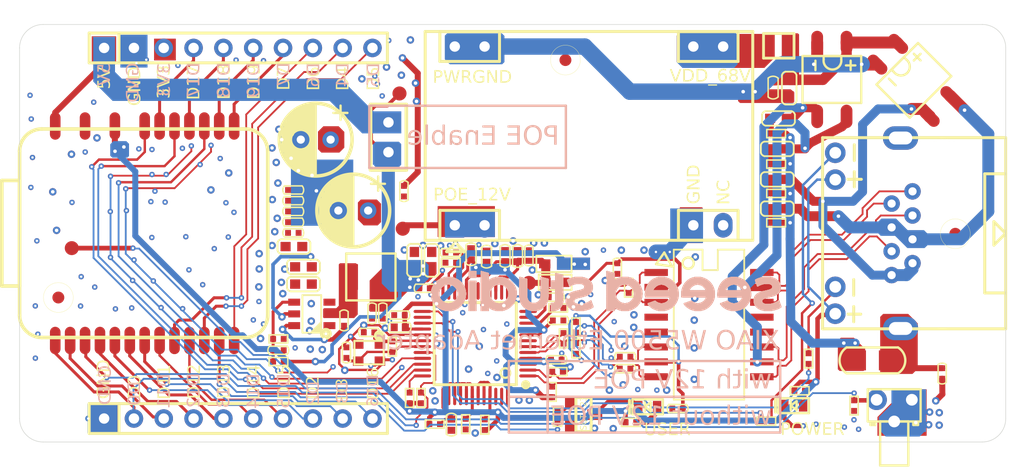
<source format=kicad_pcb>
(kicad_pcb
	(version 20240108)
	(generator "pcbnew")
	(generator_version "8.0")
	(general
		(thickness 1.6)
		(legacy_teardrops no)
	)
	(paper "A4")
	(layers
		(0 "F.Cu" signal "Top")
		(31 "B.Cu" signal "Bottom")
		(32 "B.Adhes" user "B.Adhesive")
		(33 "F.Adhes" user "F.Adhesive")
		(34 "B.Paste" user "Paste Mask Bottom")
		(35 "F.Paste" user "Paste Mask Top")
		(36 "B.SilkS" user "Silkscreen Bottom")
		(37 "F.SilkS" user "Silkscreen Top")
		(38 "B.Mask" user "Solder Mask Bottom")
		(39 "F.Mask" user "Solder Mask Top")
		(40 "Dwgs.User" user "Layer_10")
		(41 "Cmts.User" user "User.Comments")
		(42 "Eco1.User" user "User.Eco1")
		(43 "Eco2.User" user "Layer_11")
		(44 "Edge.Cuts" user)
		(45 "Margin" user)
		(46 "B.CrtYd" user "B.Courtyard")
		(47 "F.CrtYd" user "F.Courtyard")
		(48 "B.Fab" user "Layer_13")
		(49 "F.Fab" user "Layer_12")
		(50 "User.1" user "Assembly Drawing Top")
		(51 "User.2" user "Assembly Drawing Bottom")
		(52 "User.3" user "Layer_3")
		(53 "User.4" user "Layer_4")
		(54 "User.5" user "Layer_5")
		(55 "User.6" user "Layer_6")
		(56 "User.7" user "Layer_7")
		(57 "User.8" user "Layer_8")
		(58 "User.9" user "Layer_9")
	)
	(setup
		(pad_to_mask_clearance 0.1016)
		(allow_soldermask_bridges_in_footprints no)
		(aux_axis_origin -697.85271 351.80747)
		(grid_origin -697.85271 351.80747)
		(pcbplotparams
			(layerselection 0x00010fc_ffffffff)
			(plot_on_all_layers_selection 0x0000000_00000000)
			(disableapertmacros no)
			(usegerberextensions no)
			(usegerberattributes yes)
			(usegerberadvancedattributes yes)
			(creategerberjobfile yes)
			(dashed_line_dash_ratio 12.000000)
			(dashed_line_gap_ratio 3.000000)
			(svgprecision 4)
			(plotframeref no)
			(viasonmask no)
			(mode 1)
			(useauxorigin no)
			(hpglpennumber 1)
			(hpglpenspeed 20)
			(hpglpendiameter 15.000000)
			(pdf_front_fp_property_popups yes)
			(pdf_back_fp_property_popups yes)
			(dxfpolygonmode yes)
			(dxfimperialunits yes)
			(dxfusepcbnewfont yes)
			(psnegative no)
			(psa4output no)
			(plotreference yes)
			(plotvalue yes)
			(plotfptext yes)
			(plotinvisibletext no)
			(sketchpadsonfab no)
			(subtractmaskfromsilk no)
			(outputformat 1)
			(mirror no)
			(drillshape 1)
			(scaleselection 1)
			(outputdirectory "")
		)
	)
	(net 0 "")
	(net 1 "W55_XTOUT")
	(net 2 "W55_XTIN")
	(net 3 "W55_INT")
	(net 4 "VDD_68V")
	(net 5 "VDD_5V")
	(net 6 "RJ45_VB2")
	(net 7 "RJ45_VB1")
	(net 8 "RJ45_VA2")
	(net 9 "RJ45_VA1")
	(net 10 "RJ45_TX2+")
	(net 11 "RJ45_TX2-")
	(net 12 "RJ45_RX2+")
	(net 13 "RJ45_RX2-")
	(net 14 "PWRGND")
	(net 15 "POE_5V")
	(net 16 "POE_12V")
	(net 17 "NET_TXOP")
	(net 18 "NET_TXON")
	(net 19 "NET_TXCT")
	(net 20 "NET_RXIP")
	(net 21 "NET_RXIN")
	(net 22 "NET_RXCT")
	(net 23 "NET_LINK")
	(net 24 "NET_ACTIVE")
	(net 25 "N34439840")
	(net 26 "N34439826")
	(net 27 "N34434887")
	(net 28 "N34429103")
	(net 29 "N34403312")
	(net 30 "N34403291")
	(net 31 "N34403260")
	(net 32 "N34403229")
	(net 33 "N34403215")
	(net 34 "N34403052")
	(net 35 "N34402995")
	(net 36 "N34401469")
	(net 37 "N34401387")
	(net 38 "N34401385")
	(net 39 "N34395173")
	(net 40 "N34395146")
	(net 41 "N34395115")
	(net 42 "N34394983")
	(net 43 "N34394975")
	(net 44 "N34394924")
	(net 45 "N34394891")
	(net 46 "N34391021")
	(net 47 "N34390191")
	(net 48 "N34390189")
	(net 49 "GND_ETH")
	(net 50 "GND")
	(net 51 "ESP32_EN")
	(net 52 "D19_SPI_MOSI1")
	(net 53 "D18_SPI_MISO1")
	(net 54 "D17_SPI_SCK1")
	(net 55 "D16_ADC")
	(net 56 "D15_I2S_TX1")
	(net 57 "D14_I2S_RX1")
	(net 58 "D13_I2S_WS")
	(net 59 "D12_I2S_SCK")
	(net 60 "D11_I2S_SD")
	(net 61 "AVDD_3V3")
	(net 62 "A9_D9_MISO")
	(net 63 "A8_D8_SCK")
	(net 64 "A7_D7_RX")
	(net 65 "A6_D6_TX")
	(net 66 "A5_D5_SCL")
	(net 67 "A4_D4_SDA")
	(net 68 "A3_D3")
	(net 69 "A2_D2")
	(net 70 "A10_D10_MOSI")
	(net 71 "A1_D1")
	(net 72 "A0_D0")
	(net 73 "3V3")
	(footprint "POE_MQ7813T120" (layer "F.Cu") (at 155.0011 96.70362))
	(footprint "TP_1MM2" (layer "F.Cu") (at 139.1401 104.61722))
	(footprint "MARK" (layer "F.Cu") (at 152.99635 90.23774))
	(footprint "R0402" (layer "F.Cu") (at 146.1251 121.33042 90))
	(footprint "CN_ESP32_XIAO_PLUS_24P" (layer "F.Cu") (at 109.5371 105.00362 90))
	(footprint "SOT-23" (layer "F.Cu") (at 154.4563 120.46682 -90))
	(footprint "MARK" (layer "F.Cu") (at 186.2063 105.04902))
	(footprint "C0603" (layer "F.Cu") (at 172.0585 92.62842 -90))
	(footprint "C0402" (layer "F.Cu") (at 129.8183 104.97282 180))
	(footprint "C0402" (layer "F.Cu") (at 158.07758 115.53592))
	(footprint "C0402" (layer "F.Cu") (at 143.2295 106.64922 180))
	(footprint "C0603" (layer "F.Cu") (at 171.0425 102.91002))
	(footprint "HEADER_PIN_SIP2_2MM54" (layer "F.Cu") (at 137.9209 95.54942))
	(footprint "LED0603" (layer "F.Cu") (at 160.0011 119.80362 180))
	(footprint "R0402" (layer "F.Cu") (at 170.9425 101.61002 180))
	(footprint "R0402" (layer "F.Cu") (at 143.2295 107.51282 180))
	(footprint "C0603" (layer "F.Cu") (at 141.6039 107.30962 90))
	(footprint "C0402" (layer "F.Cu") (at 152.3735 112.44042))
	(footprint "PL_FTC252012" (layer "F.Cu") (at 171.1695 89.02162))
	(footprint "R0402" (layer "F.Cu") (at 151.8655 118.53642 90))
	(footprint "R0402" (layer "F.Cu") (at 170.9425 96.51002 180))
	(footprint "C0402" (layer "F.Cu") (at 139.2417 101.41682 90))
	(footprint "MBS_4P" (layer "F.Cu") (at 175.6907 91.89182 -90))
	(footprint "C0402" (layer "F.Cu") (at 185.0887 116.96162 -90))
	(footprint "R0402" (layer "F.Cu") (at 158.38238 109.64312 -90))
	(footprint "C0402" (layer "F.Cu") (at 140.9943 109.69722))
	(footprint "C0603" (layer "F.Cu") (at 130.6819 109.34162 180))
	(footprint "R0402" (layer "F.Cu") (at 152.3735 111.37362))
	(footprint "C0603" (layer "F.Cu") (at 171.1425 95.21002))
	(footprint "MBS_4P" (layer "F.Cu") (at 182.6757 91.96802 -45))
	(footprint "R0402" (layer "F.Cu") (at 153.8975 114.82802 90))
	(footprint "C0603" (layer "F.Cu") (at 130.6819 107.86842 180))
	(footprint "R0402" (layer "F.Cu") (at 153.8975 113.02802 -90))
	(footprint "C0402" (layer "F.Cu") (at 129.8183 102.22962 180))
	(footprint "C0402M" (layer "F.Cu") (at 146.2775 107.00482 90))
	(footprint "C0402M"
		(layer "F.Cu")
		(uuid "500f3ed9-614a-4294-8938-c1b2a9c28e94")
		(at 138.8861 113.02462 180)
		(property "Reference" "C8"
			(at 0 0.18669 180)
			(unlocked yes)
			(layer "F.SilkS")
			(hide yes)
			(uuid "0d6195f5-57f4-48c0-995d-0ba70846876b")
			(effects
				(font
					(size 1.524 1.524)
					(thickness 0.254)
				)
				(justify left bottom)
			)
		)
		(property "Value" "C0402M"
			(at -0.8 1.461106 0)
			(unlocked yes)
			(layer "F.SilkS")
			(hide yes)
			(uuid "5f3acacf-a812-4e6b-95f4-a1752eef0bdf")
			(effects
				(font
					(size 0.3175 0.3175)
					(thickness 0.03175)
				)
				(justify left bottom)
			)
		)
		(property "Footprint" ""
			(at 0 0 180)
			(layer "F.Fab")
			(hide yes)
			(uuid "268ad132-7a1e-4495-af13-9b41e066b96a")
			(effects
				(font
					(size 1.27 1.27)
					(thickness 0.15)
				)
			)
		)
		(property "Datasheet" ""
			(at 0 0 180)
			(layer "F.Fab")
			(hide yes)
			(uuid "8f7534f6-8816-490e-a942-42c59efde888")
			(effects
				(font
					(size 1.27 1.27)
					(thickness 0.15)
				)
			)
		)
		(property "Description" ""
			(at 0 0 180)
			(layer "F.Fab")
			(hide yes)
			(uuid "25dcdde3-520a-424e-86cf-094c3f4a4e3b")
			(effects
				(font
					(size 1.27 1.27)
					(thickness 0.15)
				)
			)
		)
		(fp_line
			(start 0.8 0.425)
			(end -0.8 0.425)
			(stroke
				(width 0.127)
				(type solid)
			)
			(layer "F.SilkS")
			(uuid "9af97403-6e94-471d-a21f-826c1b84c1d7")
		)
		(fp_line
			(start 0.8 -0.425)
			(end -0.8 -0.425)
			(stroke
				(width 0.127)
				(type solid)
			)
			(layer "F.SilkS")
			(uuid "df52a646-cce8-46ec-8a52-0ca18ae9bb01")
		)
		(fp_arc
			(start 0.799999 -0.424999)
			(mid 0.976039 0)
			(end 0.799999 0.424999)
			(stroke
				(width 0.127)
				(type solid)
			)
			(layer "F.SilkS")
			(uuid "e5bc6cb7-d5d3-466b-908a-4a50e09332c2")
		)
		(fp_arc
			(start -0.799629 0.425428)
			(m
... [5493350 chars truncated]
</source>
